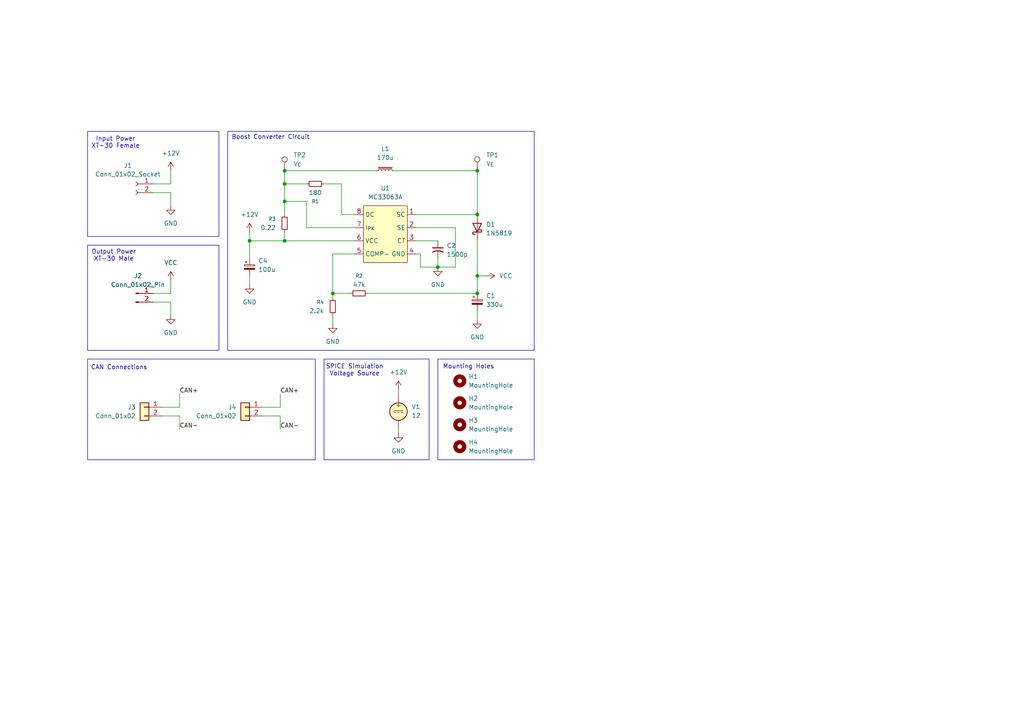
<source format=kicad_sch>
(kicad_sch (version 20250114) (generator "eeschema") (generator_version "9.0")
  (paper "A4")
  (lib_symbols
    (symbol "Connector:Conn_01x02_Pin" (pin_names (offset 1.016) (hide yes))
      (property "Reference" "J" (at 0 2.54 0))
      (property "Value" "Conn_01x02_Pin" (at 0 -5.08 0))
      (symbol "Conn_01x02_Pin_1_1"
        (rectangle (start 0.8636 0.127) (end 0 -0.127) (stroke (width 0.1524)) (fill (type outline)))
        (rectangle (start 0.8636 -2.413) (end 0 -2.667) (stroke (width 0.1524)) (fill (type outline)))
        (polyline (pts (xy 1.27 0) (xy 0.8636 0)) (stroke (width 0.1524)))
        (polyline (pts (xy 1.27 -2.54) (xy 0.8636 -2.54)) (stroke (width 0.1524)))
        (pin passive line (at 5.08 0 180) (length 3.81) (name "Pin_1") (number "1"))
        (pin passive line (at 5.08 -2.54 180) (length 3.81) (name "Pin_2") (number "2"))
      )
    )
    (symbol "Connector:Conn_01x02_Socket" (pin_names (offset 1.016) (hide yes))
      (property "Reference" "J" (at 0 2.54 0))
      (property "Value" "Conn_01x02_Socket" (at 0 -5.08 0))
      (symbol "Conn_01x02_Socket_1_1"
        (polyline (pts (xy -1.27 0) (xy -0.508 0)) (stroke (width 0.1524)))
        (polyline (pts (xy -1.27 -2.54) (xy -0.508 -2.54)) (stroke (width 0.1524)))
        (arc (start 0 -0.508) (mid -0.5058 0) (end 0 0.508) (stroke (width 0.1524)))
        (arc (start 0 -3.048) (mid -0.5058 -2.54) (end 0 -2.032) (stroke (width 0.1524)))
        (pin passive line (at -5.08 0 0) (length 3.81) (name "Pin_1") (number "1"))
        (pin passive line (at -5.08 -2.54 0) (length 3.81) (name "Pin_2") (number "2"))
      )
    )
    (symbol "Connector:TestPoint" (pin_numbers (hide yes)) (pin_names (offset 0.762) (hide yes))
      (property "Reference" "TP" (at 0 6.858 0))
      (property "Value" "TestPoint" (at 0 5.08 0))
      (symbol "TestPoint_0_1"
        (circle (center 0 3.302) (radius 0.762))
      )
      (symbol "TestPoint_1_1"
        (pin passive line (at 0 0 90) (length 2.54) (name "1") (number "1"))
      )
    )
    (symbol "Connector_Generic:Conn_01x02" (pin_names (offset 1.016) (hide yes))
      (property "Reference" "J" (at 0 2.54 0))
      (property "Value" "Conn_01x02" (at 0 -5.08 0))
      (symbol "Conn_01x02_1_1"
        (rectangle (start -1.27 1.27) (end 1.27 -3.81) (stroke (width 0.254)) (fill (type background)))
        (rectangle (start -1.27 0.127) (end 0 -0.127) (stroke (width 0.1524)))
        (rectangle (start -1.27 -2.413) (end 0 -2.667) (stroke (width 0.1524)))
        (pin passive line (at -5.08 0 0) (length 3.81) (name "Pin_1") (number "1"))
        (pin passive line (at -5.08 -2.54 0) (length 3.81) (name "Pin_2") (number "2"))
      )
    )
    (symbol "Device:C_Polarized_Small" (pin_numbers (hide yes)) (pin_names (offset 0.254) (hide yes))
      (property "Reference" "C" (at 0.254 1.778 0))
      (property "Value" "C_Polarized_Small" (at 0.254 -2.032 0))
      (symbol "C_Polarized_Small_0_1"
        (rectangle (start -1.524 0.6858) (end 1.524 0.3048))
        (rectangle (start -1.524 -0.3048) (end 1.524 -0.6858) (fill (type outline)))
        (polyline (pts (xy -1.27 1.524) (xy -0.762 1.524)))
        (polyline (pts (xy -1.016 1.27) (xy -1.016 1.778)))
      )
      (symbol "C_Polarized_Small_1_1"
        (pin passive line (at 0 2.54 270) (length 1.8542) (name "~") (number "1"))
        (pin passive line (at 0 -2.54 90) (length 1.8542) (name "~") (number "2"))
      )
    )
    (symbol "Device:C_Small_US" (pin_numbers (hide yes)) (pin_names (offset 0.254) (hide yes))
      (property "Reference" "C" (at 0.254 1.778 0))
      (property "Value" "C_Small_US" (at 0.254 -2.032 0))
      (symbol "C_Small_US_0_1"
        (polyline (pts (xy -1.524 0.508) (xy 1.524 0.508)) (stroke (width 0.3048)))
        (arc (start -1.524 -0.762) (mid 0 -0.3734) (end 1.524 -0.762) (stroke (width 0.3048)))
      )
      (symbol "C_Small_US_1_1"
        (pin passive line (at 0 2.54 270) (length 2.032) (name "~") (number "1"))
        (pin passive line (at 0 -2.54 90) (length 2.032) (name "~") (number "2"))
      )
    )
    (symbol "Device:L_Iron_Small" (pin_numbers (hide yes)) (pin_names (offset 0.254) (hide yes))
      (property "Reference" "L" (at 1.27 1.016 0))
      (property "Value" "L_Iron_Small" (at 1.27 -1.27 0))
      (symbol "L_Iron_Small_0_1"
        (arc (start 0 2.032) (mid 0.5058 1.524) (end 0 1.016))
        (arc (start 0 1.016) (mid 0.5058 0.508) (end 0 0))
        (arc (start 0 0) (mid 0.5058 -0.508) (end 0 -1.016))
        (arc (start 0 -1.016) (mid 0.5058 -1.524) (end 0 -2.032))
        (polyline (pts (xy 0.762 2.032) (xy 0.762 -2.032)))
        (polyline (pts (xy 1.016 -2.032) (xy 1.016 2.032)))
      )
      (symbol "L_Iron_Small_1_1"
        (pin passive line (at 0 2.54 270) (length 0.508) (name "~") (number "1"))
        (pin passive line (at 0 -2.54 90) (length 0.508) (name "~") (number "2"))
      )
    )
    (symbol "Device:R_Small" (pin_numbers (hide yes)) (pin_names (offset 0.254) (hide yes))
      (property "Reference" "R" (at 0 0 90))
      (property "Value" "R_Small" (at 1.778 0 90))
      (symbol "R_Small_0_1"
        (rectangle (start -0.762 1.778) (end 0.762 -1.778) (stroke (width 0.2032)))
      )
      (symbol "R_Small_1_1"
        (pin passive line (at 0 2.54 270) (length 0.762) (name "~") (number "1"))
        (pin passive line (at 0 -2.54 90) (length 0.762) (name "~") (number "2"))
      )
    )
    (symbol "Diode:1N5819" (pin_numbers (hide yes)) (pin_names (offset 1.016) (hide yes))
      (property "Reference" "D" (at 0 2.54 0))
      (property "Value" "1N5819" (at 0 -2.54 0))
      (symbol "1N5819_0_1"
        (polyline (pts (xy -1.905 0.635) (xy -1.905 1.27) (xy -1.27 1.27) (xy -1.27 -1.27) (xy -0.635 -1.27) (xy -0.635 -0.635)) (stroke (width 0.254)))
        (polyline (pts (xy 1.27 1.27) (xy 1.27 -1.27) (xy -1.27 0) (xy 1.27 1.27)) (stroke (width 0.254)))
        (polyline (pts (xy 1.27 0) (xy -1.27 0)))
      )
      (symbol "1N5819_1_1"
        (pin passive line (at -3.81 0 0) (length 2.54) (name "K") (number "1"))
        (pin passive line (at 3.81 0 180) (length 2.54) (name "A") (number "2"))
      )
    )
    (symbol "Mechanical:MountingHole" (pin_names (offset 1.016)) (in_bom no)
      (property "Reference" "H" (at 0 5.08 0))
      (property "Value" "MountingHole" (at 0 3.175 0))
      (symbol "MountingHole_0_1"
        (circle (center 0 0) (radius 1.27) (stroke (width 1.27)))
      )
    )
    (symbol "RM_IC:MC33063A"
      (property "Reference" "U" (at 0 3.556 0))
      (property "Value" "MC33063A" (at 0 1.524 0))
      (symbol "MC33063A_1_1"
        (rectangle (start -6.35 0) (end 6.35 -16.51) (fill (type background)))
        (pin passive line (at -8.89 -2.54 0) (length 2.54) (name "DC") (number "8"))
        (pin input line (at -8.89 -6.35 0) (length 2.54) (name "I_{PK}") (number "7"))
        (pin power_in line (at -8.89 -10.16 0) (length 2.54) (name "VCC") (number "6"))
        (pin power_in line (at -8.89 -13.97 0) (length 2.54) (name "COMP-") (number "5"))
        (pin passive line (at 8.89 -2.54 180) (length 2.54) (name "SC") (number "1"))
        (pin passive line (at 8.89 -6.35 180) (length 2.54) (name "SE") (number "2"))
        (pin passive line (at 8.89 -10.16 180) (length 2.54) (name "CT") (number "3"))
        (pin power_in line (at 8.89 -13.97 180) (length 2.54) (name "GND") (number "4"))
      )
    )
    (symbol "Simulation_SPICE:VDC" (pin_numbers (hide yes)) (pin_names (offset 0.0254))
      (property "Reference" "V" (at 2.54 2.54 0))
      (property "Value" "1" (at 2.54 0 0))
      (symbol "VDC_0_0"
        (polyline (pts (xy -1.27 0.254) (xy 1.27 0.254)))
        (polyline (pts (xy -0.762 -0.254) (xy -1.27 -0.254)))
        (polyline (pts (xy 0.254 -0.254) (xy -0.254 -0.254)))
        (polyline (pts (xy 1.27 -0.254) (xy 0.762 -0.254)))
        (text "+" (at 0 1.905 0) (effects (font (size 1.27 1.27))))
      )
      (symbol "VDC_0_1"
        (circle (center 0 0) (radius 2.54) (stroke (width 0.254)) (fill (type background)))
      )
      (symbol "VDC_1_1"
        (pin passive line (at 0 5.08 270) (length 2.54) (name "~") (number "1"))
        (pin passive line (at 0 -5.08 90) (length 2.54) (name "~") (number "2"))
      )
    )
    (symbol "power:+12V" (power) (pin_numbers (hide yes)) (pin_names (offset 0) (hide yes))
      (property "Value" "+12V" (at 0 3.556 0))
      (symbol "+12V_0_1"
        (polyline (pts (xy -0.762 1.27) (xy 0 2.54)))
        (polyline (pts (xy 0 2.54) (xy 0.762 1.27)))
        (polyline (pts (xy 0 0) (xy 0 2.54)))
      )
      (symbol "+12V_1_1"
        (pin power_in line (at 0 0 90) (length 0) (name "~") (number "1"))
      )
    )
    (symbol "power:GND" (power) (pin_numbers (hide yes)) (pin_names (offset 0) (hide yes))
      (property "Value" "GND" (at 0 -3.81 0))
      (symbol "GND_0_1"
        (polyline (pts (xy 0 0) (xy 0 -1.27) (xy 1.27 -1.27) (xy 0 -2.54) (xy -1.27 -1.27) (xy 0 -1.27)))
      )
      (symbol "GND_1_1"
        (pin power_in line (at 0 0 270) (length 0) (name "~") (number "1"))
      )
    )
    (symbol "power:VCC" (power) (pin_numbers (hide yes)) (pin_names (offset 0) (hide yes))
      (property "Value" "VCC" (at 0 3.556 0))
      (symbol "VCC_0_1"
        (polyline (pts (xy -0.762 1.27) (xy 0 2.54)))
        (polyline (pts (xy 0 2.54) (xy 0.762 1.27)))
        (polyline (pts (xy 0 0) (xy 0 2.54)))
      )
      (symbol "VCC_1_1"
        (pin power_in line (at 0 0 90) (length 0) (name "~") (number "1"))
      )
    )
  )
  (rectangle (start 93.98 104.14) (end 124.46 133.35))
  (rectangle (start 25.4 71.12) (end 63.5 101.6))
  (rectangle (start 25.4 104.14) (end 91.44 133.35))
  (rectangle (start 127 104.14) (end 154.94 133.35))
  (rectangle (start 66.04 38.1) (end 154.94 101.6))
  (rectangle (start 25.4 38.1) (end 63.5 68.58))
  (text "Input Power\nXT-30 Female" (at 33.528 41.402 0) (effects (font (size 1.27 1.27))))
  (text "Output Power\nXT-30 Male" (at 33.02 74.168 0) (effects (font (size 1.27 1.27))))
  (text "Boost Converter Circuit" (at 78.486 39.878 0) (effects (font (size 1.27 1.27))))
  (text "SPICE Simulation\nVoltage Source\n" (at 102.87 107.442 0) (effects (font (size 1.27 1.27))))
  (text "Mounting Holes" (at 135.89 106.426 0) (effects (font (size 1.27 1.27))))
  (text "CAN Connections\n" (at 34.544 106.68 0) (effects (font (size 1.27 1.27))))
  (junction (at 138.43 49.53))
  (junction (at 127 77.47))
  (junction (at 138.43 62.23))
  (junction (at 82.55 49.53))
  (junction (at 82.55 58.42))
  (junction (at 82.55 69.85))
  (junction (at 96.52 85.09))
  (junction (at 72.39 69.85))
  (junction (at 138.43 85.09))
  (junction (at 82.55 53.34))
  (junction (at 138.43 80.01))
  (wire (pts (xy 49.53 87.63) (xy 49.53 91.44)))
  (wire (pts (xy 120.65 66.04) (xy 132.08 66.04)))
  (wire (pts (xy 132.08 66.04) (xy 132.08 77.47)))
  (wire (pts (xy 121.92 77.47) (xy 127 77.47)))
  (wire (pts (xy 138.43 80.01) (xy 138.43 85.09)))
  (wire (pts (xy 49.53 85.09) (xy 49.53 81.28)))
  (wire (pts (xy 81.28 120.65) (xy 81.28 124.46)))
  (wire (pts (xy 44.45 53.34) (xy 49.53 53.34)))
  (wire (pts (xy 102.87 73.66) (xy 96.52 73.66)))
  (wire (pts (xy 81.28 118.11) (xy 81.28 114.3)))
  (wire (pts (xy 121.92 73.66) (xy 121.92 77.47)))
  (wire (pts (xy 72.39 67.31) (xy 72.39 69.85)))
  (wire (pts (xy 115.57 124.46) (xy 115.57 125.73)))
  (wire (pts (xy 138.43 90.17) (xy 138.43 92.71)))
  (wire (pts (xy 82.55 49.53) (xy 109.22 49.53)))
  (wire (pts (xy 44.45 85.09) (xy 49.53 85.09)))
  (wire (pts (xy 49.53 53.34) (xy 49.53 49.53)))
  (wire (pts (xy 96.52 73.66) (xy 96.52 85.09)))
  (wire (pts (xy 132.08 77.47) (xy 127 77.47)))
  (wire (pts (xy 115.57 113.03) (xy 115.57 114.3)))
  (wire (pts (xy 106.68 85.09) (xy 138.43 85.09)))
  (wire (pts (xy 76.2 120.65) (xy 81.28 120.65)))
  (wire (pts (xy 138.43 69.85) (xy 138.43 80.01)))
  (wire (pts (xy 138.43 49.53) (xy 138.43 62.23)))
  (wire (pts (xy 88.9 58.42) (xy 82.55 58.42)))
  (wire (pts (xy 96.52 91.44) (xy 96.52 93.98)))
  (wire (pts (xy 44.45 87.63) (xy 49.53 87.63)))
  (wire (pts (xy 102.87 66.04) (xy 88.9 66.04)))
  (wire (pts (xy 76.2 118.11) (xy 81.28 118.11)))
  (wire (pts (xy 96.52 85.09) (xy 96.52 86.36)))
  (wire (pts (xy 127 74.93) (xy 127 77.47)))
  (wire (pts (xy 49.53 55.88) (xy 49.53 59.69)))
  (wire (pts (xy 120.65 62.23) (xy 138.43 62.23)))
  (wire (pts (xy 52.07 120.65) (xy 52.07 124.46)))
  (wire (pts (xy 99.06 62.23) (xy 102.87 62.23)))
  (wire (pts (xy 82.55 67.31) (xy 82.55 69.85)))
  (wire (pts (xy 82.55 53.34) (xy 88.9 53.34)))
  (wire (pts (xy 72.39 69.85) (xy 72.39 74.93)))
  (wire (pts (xy 96.52 85.09) (xy 101.6 85.09)))
  (wire (pts (xy 82.55 49.53) (xy 82.55 53.34)))
  (wire (pts (xy 72.39 69.85) (xy 82.55 69.85)))
  (wire (pts (xy 120.65 69.85) (xy 127 69.85)))
  (wire (pts (xy 114.3 49.53) (xy 138.43 49.53)))
  (wire (pts (xy 93.98 53.34) (xy 99.06 53.34)))
  (wire (pts (xy 82.55 58.42) (xy 82.55 62.23)))
  (wire (pts (xy 46.99 120.65) (xy 52.07 120.65)))
  (wire (pts (xy 138.43 80.01) (xy 140.97 80.01)))
  (wire (pts (xy 52.07 118.11) (xy 52.07 114.3)))
  (wire (pts (xy 82.55 69.85) (xy 102.87 69.85)))
  (wire (pts (xy 46.99 118.11) (xy 52.07 118.11)))
  (wire (pts (xy 121.92 73.66) (xy 120.65 73.66)))
  (wire (pts (xy 99.06 53.34) (xy 99.06 62.23)))
  (wire (pts (xy 72.39 80.01) (xy 72.39 82.55)))
  (wire (pts (xy 44.45 55.88) (xy 49.53 55.88)))
  (wire (pts (xy 88.9 66.04) (xy 88.9 58.42)))
  (wire (pts (xy 82.55 53.34) (xy 82.55 58.42)))
  (label "CAN+" (at 81.28 114.3 0))
  (label "CAN+" (at 52.07 114.3 0))
  (label "CAN-" (at 81.28 124.46 0))
  (label "CAN-" (at 52.07 124.46 0))
  (symbol (lib_id "Mechanical:MountingHole") (at 133.35 123.19 0) (unit 1) (in_bom no)
    (property "Reference" "H3" (at 135.89 121.9199 0) (effects (justify left)))
    (property "Value" "MountingHole" (at 135.89 124.4599 0) (effects (justify left)))
    (property "Footprint" "MountingHole:MountingHole_2.2mm_M2" (effects (hide yes)))
    (property "Description" "Mounting Hole without connection" (effects (hide yes)))
  )
  (symbol (lib_id "Simulation_SPICE:VDC") (at 115.57 119.38 0) (unit 1) (on_board no)
    (property "Reference" "V1" (at 119.38 117.9801 0) (effects (justify left)))
    (property "Value" "12" (at 119.38 120.5201 0) (effects (justify left)))
    (property "Datasheet" "https://ngspice.sourceforge.io/docs/ngspice-html-manual/manual.xhtml#sec_Independent_Sources_for" (effects (hide yes)))
    (property "Description" "Voltage source, DC" (effects (hide yes)))
    (property "Sim.Pins" "1=+ 2=-" (effects (hide yes)))
    (property "Sim.Type" "DC" (effects (hide yes)))
    (property "Sim.Device" "V" (effects (hide yes)))
  )
  (symbol (lib_id "power:GND") (at 96.52 93.98 0) (unit 1)
    (property "Reference" "#PWR03" (effects (hide yes)))
    (property "Value" "GND" (at 96.52 99.06 0))
    (property "Description" "Power symbol creates a global label with name \"GND\" , ground" (effects (hide yes)))
  )
  (symbol (lib_id "Device:R_Small") (at 96.52 88.9 0) (mirror y) (unit 1)
    (property "Reference" "R4" (at 93.98 87.6299 0) (effects (font (size 1.016 1.016)) (justify left)))
    (property "Value" "2.2k" (at 93.98 90.1699 0) (effects (justify left)))
    (property "Footprint" "Resistor_SMD:R_0603_1608Metric_Pad0.98x0.95mm_HandSolder" (effects (hide yes)))
    (property "Description" "Resistor, small symbol" (effects (hide yes)))
  )
  (symbol (lib_id "Device:R_Small") (at 82.55 64.77 0) (mirror y) (unit 1)
    (property "Reference" "R3" (at 80.01 63.4999 0) (effects (font (size 1.016 1.016)) (justify left)))
    (property "Value" "0.22" (at 80.01 66.0399 0) (effects (justify left)))
    (property "Footprint" "Resistor_SMD:R_0603_1608Metric_Pad0.98x0.95mm_HandSolder" (effects (hide yes)))
    (property "Description" "Resistor, small symbol" (effects (hide yes)))
  )
  (symbol (lib_id "Device:L_Iron_Small") (at 111.76 49.53 90) (unit 1)
    (property "Reference" "L1" (at 111.76 43.18 90))
    (property "Value" "170u" (at 111.76 45.72 90))
    (property "Footprint" "RM_Example:INDM3225X240N" (effects (hide yes)))
    (property "Description" "Inductor with iron core, small symbol" (effects (hide yes)))
  )
  (symbol (lib_id "Connector:Conn_01x02_Pin") (at 39.37 85.09 0) (unit 1) (exclude_from_sim yes)
    (property "Reference" "J2" (at 40.005 80.01 0))
    (property "Value" "Conn_01x02_Pin" (at 40.005 82.55 0))
    (property "Footprint" "Connector_AMASS:AMASS_XT30U-M_1x02_P5.0mm_Vertical" (effects (hide yes)))
    (property "Description" "Generic connector, single row, 01x02, script generated" (effects (hide yes)))
  )
  (symbol (lib_id "RM_IC:MC33063A") (at 111.76 59.69 0) (unit 1)
    (property "Reference" "U1" (at 111.76 54.61 0))
    (property "Value" "MC33063A" (at 111.76 57.15 0))
    (property "Footprint" "Package_SO:SOIC-8_3.9x4.9mm_P1.27mm" (effects (hide yes)))
    (property "Datasheet" "https://www.ti.com/lit/ds/symlink/mc33063a.pdf?ts=1740126917522" (effects (hide yes)))
    (property "Description" "Switching Voltage Regulators 1.5A Step-Down/Up 3.0V to 36V 180kHz" (effects (hide yes)))
    (property "Sim.Library" "MC33063A-Q1_TRANS.lib" (effects (hide yes)))
    (property "Sim.Name" "MC33063A-Q1_TRANS" (effects (hide yes)))
    (property "Sim.Device" "SUBCKT" (effects (hide yes)))
    (property "Sim.Pins" "1=SC 2=SE 3=TC 4=GND 5=CII 6=VCC 7=Ipk 8=DC" (effects (hide yes)))
  )
  (symbol (lib_id "Device:R_Small") (at 91.44 53.34 90) (mirror x) (unit 1)
    (property "Reference" "R1" (at 91.44 58.42 90) (effects (font (size 1.016 1.016))))
    (property "Value" "180" (at 91.44 55.88 90))
    (property "Footprint" "Resistor_SMD:R_0805_2012Metric_Pad1.20x1.40mm_HandSolder" (effects (hide yes)))
    (property "Description" "Resistor, small symbol" (effects (hide yes)))
  )
  (symbol (lib_id "Mechanical:MountingHole") (at 133.35 129.54 0) (unit 1) (in_bom no)
    (property "Reference" "H4" (at 135.89 128.2699 0) (effects (justify left)))
    (property "Value" "MountingHole" (at 135.89 130.8099 0) (effects (justify left)))
    (property "Footprint" "MountingHole:MountingHole_2.2mm_M2" (effects (hide yes)))
    (property "Description" "Mounting Hole without connection" (effects (hide yes)))
  )
  (symbol (lib_id "power:+12V") (at 72.39 67.31 0) (unit 1)
    (property "Reference" "#PWR05" (effects (hide yes)))
    (property "Value" "+12V" (at 72.39 62.23 0))
    (property "Description" "Power symbol creates a global label with name \"+12V\"" (effects (hide yes)))
  )
  (symbol (lib_id "power:GND") (at 72.39 82.55 0) (unit 1)
    (property "Reference" "#PWR01" (effects (hide yes)))
    (property "Value" "GND" (at 72.39 87.63 0))
    (property "Description" "Power symbol creates a global label with name \"GND\" , ground" (effects (hide yes)))
  )
  (symbol (lib_id "power:GND") (at 138.43 92.71 0) (unit 1)
    (property "Reference" "#PWR04" (effects (hide yes)))
    (property "Value" "GND" (at 138.43 97.79 0))
    (property "Description" "Power symbol creates a global label with name \"GND\" , ground" (effects (hide yes)))
  )
  (symbol (lib_id "Diode:1N5819") (at 138.43 66.04 90) (unit 1)
    (property "Reference" "D1" (at 140.97 65.0874 90) (effects (justify right)))
    (property "Value" "1N5819" (at 140.97 67.6274 90) (effects (justify right)))
    (property "Footprint" "Diode_SMD:D_SOD-123F" (effects (hide yes)))
    (property "Datasheet" "http://www.vishay.com/docs/88525/1n5817.pdf" (effects (hide yes)))
    (property "Description" "40V 1A Schottky Barrier Rectifier Diode, DO-41" (effects (hide yes)))
    (property "Sim.Library" "1N5819.spice.txt" (effects (hide yes)))
    (property "Sim.Name" "DI_1N5819" (effects (hide yes)))
    (property "Sim.Device" "D" (effects (hide yes)))
    (property "Sim.Pins" "1=K 2=A" (effects (hide yes)))
  )
  (symbol (lib_id "power:GND") (at 127 77.47 0) (unit 1)
    (property "Reference" "#PWR02" (effects (hide yes)))
    (property "Value" "GND" (at 127 82.55 0))
    (property "Description" "Power symbol creates a global label with name \"GND\" , ground" (effects (hide yes)))
  )
  (symbol (lib_id "power:VCC") (at 140.97 80.01 270) (unit 1)
    (property "Reference" "#PWR012" (effects (hide yes)))
    (property "Value" "VCC" (at 144.78 80.0099 90) (effects (justify left)))
    (property "Description" "Power symbol creates a global label with name \"VCC\"" (effects (hide yes)))
  )
  (symbol (lib_id "Device:C_Polarized_Small") (at 138.43 87.63 0) (unit 1)
    (property "Reference" "C1" (at 140.97 85.8138 0) (effects (justify left)))
    (property "Value" "330u" (at 140.97 88.3538 0) (effects (justify left)))
    (property "Footprint" "Capacitor_THT:CP_Radial_D8.0mm_P5.00mm" (effects (hide yes)))
    (property "Description" "Polarized capacitor, small symbol" (effects (hide yes)))
  )
  (symbol (lib_id "Mechanical:MountingHole") (at 133.35 116.84 0) (unit 1) (in_bom no)
    (property "Reference" "H2" (at 135.89 115.5699 0) (effects (justify left)))
    (property "Value" "MountingHole" (at 135.89 118.1099 0) (effects (justify left)))
    (property "Footprint" "MountingHole:MountingHole_2.2mm_M2" (effects (hide yes)))
    (property "Description" "Mounting Hole without connection" (effects (hide yes)))
  )
  (symbol (lib_id "Connector:TestPoint") (at 138.43 49.53 0) (unit 1) (exclude_from_sim yes)
    (property "Reference" "TP1" (at 140.97 44.9579 0) (effects (justify left)))
    (property "Value" "V_{E}" (at 140.97 47.4979 0) (effects (justify left)))
    (property "Footprint" "TestPoint:TestPoint_Bridge_Pitch2.0mm_Drill0.7mm" (effects (hide yes)))
    (property "Description" "test point" (effects (hide yes)))
  )
  (symbol (lib_id "Device:C_Small_US") (at 127 72.39 0) (unit 1)
    (property "Reference" "C2" (at 129.54 71.2469 0) (effects (justify left)))
    (property "Value" "1500p" (at 129.54 73.7869 0) (effects (justify left)))
    (property "Footprint" "Capacitor_SMD:C_0603_1608Metric_Pad1.08x0.95mm_HandSolder" (effects (hide yes)))
    (property "Description" "capacitor, small US symbol" (effects (hide yes)))
  )
  (symbol (lib_id "power:GND") (at 115.57 125.73 0) (unit 1)
    (property "Reference" "#PWR011" (effects (hide yes)))
    (property "Value" "GND" (at 115.57 130.81 0))
    (property "Description" "Power symbol creates a global label with name \"GND\" , ground" (effects (hide yes)))
  )
  (symbol (lib_id "Device:C_Polarized_Small") (at 72.39 77.47 0) (unit 1)
    (property "Reference" "C4" (at 74.93 75.6538 0) (effects (justify left)))
    (property "Value" "100u" (at 74.93 78.1938 0) (effects (justify left)))
    (property "Footprint" "Capacitor_SMD:C_0805_2012Metric" (effects (hide yes)))
    (property "Description" "Polarized capacitor, small symbol" (effects (hide yes)))
  )
  (symbol (lib_id "power:GND") (at 49.53 91.44 0) (unit 1)
    (property "Reference" "#PWR09" (effects (hide yes)))
    (property "Value" "GND" (at 49.53 96.52 0))
    (property "Description" "Power symbol creates a global label with name \"GND\" , ground" (effects (hide yes)))
  )
  (symbol (lib_id "Device:R_Small") (at 104.14 85.09 90) (unit 1)
    (property "Reference" "R2" (at 104.14 80.01 90) (effects (font (size 1.016 1.016))))
    (property "Value" "47k" (at 104.14 82.55 90))
    (property "Footprint" "Resistor_SMD:R_0603_1608Metric_Pad0.98x0.95mm_HandSolder" (effects (hide yes)))
    (property "Description" "Resistor, small symbol" (effects (hide yes)))
  )
  (symbol (lib_id "power:VCC") (at 49.53 81.28 0) (unit 1)
    (property "Reference" "#PWR08" (effects (hide yes)))
    (property "Value" "VCC" (at 49.53 76.2 0))
    (property "Description" "Power symbol creates a global label with name \"VCC\"" (effects (hide yes)))
  )
  (symbol (lib_id "Mechanical:MountingHole") (at 133.35 110.49 0) (unit 1) (in_bom no)
    (property "Reference" "H1" (at 135.89 109.2199 0) (effects (justify left)))
    (property "Value" "MountingHole" (at 135.89 111.7599 0) (effects (justify left)))
    (property "Footprint" "MountingHole:MountingHole_2.2mm_M2" (effects (hide yes)))
    (property "Description" "Mounting Hole without connection" (effects (hide yes)))
  )
  (symbol (lib_id "Connector_Generic:Conn_01x02") (at 71.12 118.11 0) (mirror y) (unit 1) (exclude_from_sim yes)
    (property "Reference" "J4" (at 68.58 118.1099 0) (effects (justify left)))
    (property "Value" "Conn_01x02" (at 68.58 120.6499 0) (effects (justify left)))
    (property "Footprint" "Connector_JST:JST_GH_BM02B-GHS-TBT_1x02-1MP_P1.25mm_Vertical" (effects (hide yes)))
    (property "Description" "Generic connector, single row, 01x02, script generated (kicad-library-utils/schlib/autogen/connector/)" (effects (hide yes)))
  )
  (symbol (lib_id "Connector_Generic:Conn_01x02") (at 41.91 118.11 0) (mirror y) (unit 1) (exclude_from_sim yes)
    (property "Reference" "J3" (at 39.37 118.1099 0) (effects (justify left)))
    (property "Value" "Conn_01x02" (at 39.37 120.6499 0) (effects (justify left)))
    (property "Footprint" "Connector_JST:JST_GH_BM02B-GHS-TBT_1x02-1MP_P1.25mm_Vertical" (effects (hide yes)))
    (property "Description" "Generic connector, single row, 01x02, script generated (kicad-library-utils/schlib/autogen/connector/)" (effects (hide yes)))
  )
  (symbol (lib_id "Connector:Conn_01x02_Socket") (at 39.37 53.34 0) (mirror y) (unit 1) (exclude_from_sim yes)
    (property "Reference" "J1" (at 37.084 48.006 0))
    (property "Value" "Conn_01x02_Socket" (at 37.084 50.546 0))
    (property "Footprint" "Connector_AMASS:AMASS_XT30U-F_1x02_P5.0mm_Vertical" (effects (hide yes)))
    (property "Description" "Generic connector, single row, 01x02, script generated" (effects (hide yes)))
  )
  (symbol (lib_id "power:+12V") (at 49.53 49.53 0) (unit 1)
    (property "Reference" "#PWR06" (effects (hide yes)))
    (property "Value" "+12V" (at 49.53 44.45 0))
    (property "Description" "Power symbol creates a global label with name \"+12V\"" (effects (hide yes)))
  )
  (symbol (lib_id "Connector:TestPoint") (at 82.55 49.53 0) (unit 1) (exclude_from_sim yes)
    (property "Reference" "TP2" (at 85.09 44.9579 0) (effects (justify left)))
    (property "Value" "V_{C}" (at 85.09 47.4979 0) (effects (justify left)))
    (property "Footprint" "TestPoint:TestPoint_Bridge_Pitch2.0mm_Drill0.7mm" (effects (hide yes)))
    (property "Description" "test point" (effects (hide yes)))
  )
  (symbol (lib_id "power:+12V") (at 115.57 113.03 0) (unit 1)
    (property "Reference" "#PWR010" (effects (hide yes)))
    (property "Value" "+12V" (at 115.57 107.95 0))
    (property "Description" "Power symbol creates a global label with name \"+12V\"" (effects (hide yes)))
  )
  (symbol (lib_id "power:GND") (at 49.53 59.69 0) (unit 1)
    (property "Reference" "#PWR07" (effects (hide yes)))
    (property "Value" "GND" (at 49.53 64.77 0))
    (property "Description" "Power symbol creates a global label with name \"GND\" , ground" (effects (hide yes)))
  )
)
</source>
